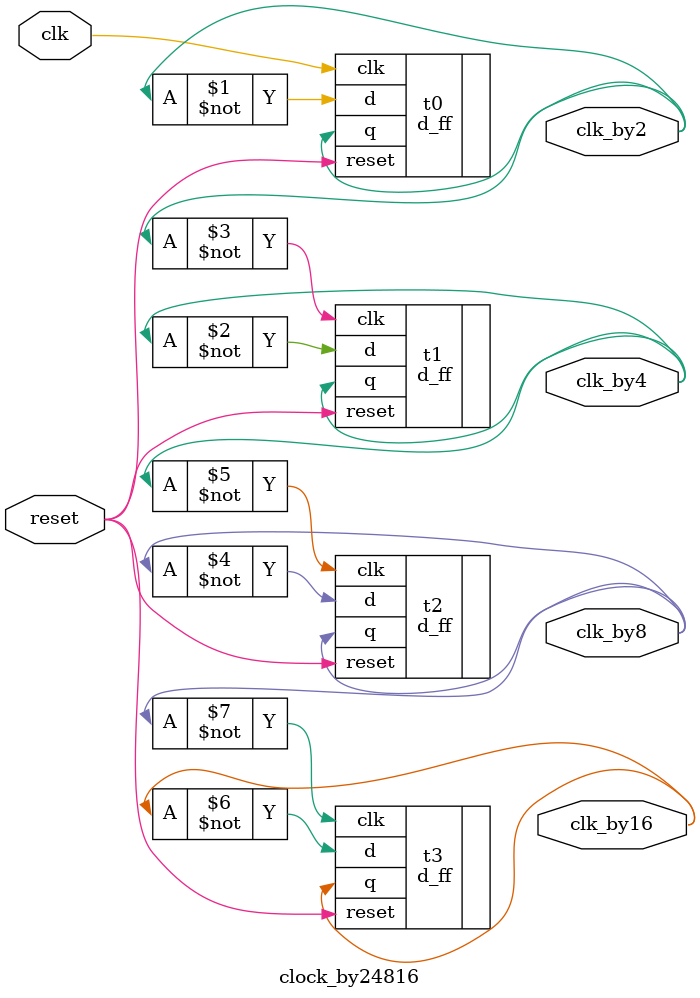
<source format=v>
`include "d_ff.v"
module clock_by24816(
    input wire clk, reset,
    output wire clk_by2, clk_by4, clk_by8, clk_by16
    );

    d_ff t0(
            .d(~clk_by2),
            .clk(clk),
            .reset(reset),
            .q(clk_by2)
            );

    d_ff t1(
            .d(~clk_by4),
            .clk(~clk_by2),
            .reset(reset),
            .q(clk_by4)
            );

    d_ff t2(
            .d(~clk_by8),
            .clk(~clk_by4),
            .reset(reset),
            .q(clk_by8)
            );

    d_ff t3(
            .d(~clk_by16),
            .clk(~clk_by8),
            .reset(reset),
            .q(clk_by16)
            );
endmodule
</source>
